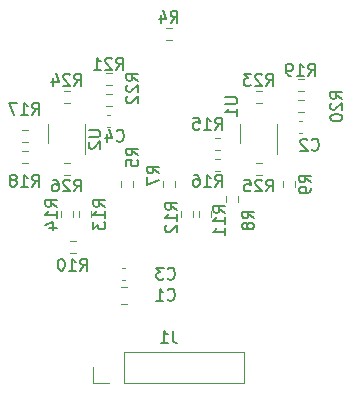
<source format=gbr>
%TF.GenerationSoftware,KiCad,Pcbnew,(6.0.10)*%
%TF.CreationDate,2023-02-07T20:48:56+01:00*%
%TF.ProjectId,JoystickAdapter,4a6f7973-7469-4636-9b41-646170746572,1.0*%
%TF.SameCoordinates,Original*%
%TF.FileFunction,Legend,Bot*%
%TF.FilePolarity,Positive*%
%FSLAX46Y46*%
G04 Gerber Fmt 4.6, Leading zero omitted, Abs format (unit mm)*
G04 Created by KiCad (PCBNEW (6.0.10)) date 2023-02-07 20:48:56*
%MOMM*%
%LPD*%
G01*
G04 APERTURE LIST*
%ADD10C,0.150000*%
%ADD11C,0.120000*%
G04 APERTURE END LIST*
D10*
%TO.C,R14*%
X107386380Y-103243142D02*
X106910190Y-102909809D01*
X107386380Y-102671714D02*
X106386380Y-102671714D01*
X106386380Y-103052666D01*
X106434000Y-103147904D01*
X106481619Y-103195523D01*
X106576857Y-103243142D01*
X106719714Y-103243142D01*
X106814952Y-103195523D01*
X106862571Y-103147904D01*
X106910190Y-103052666D01*
X106910190Y-102671714D01*
X107386380Y-104195523D02*
X107386380Y-103624095D01*
X107386380Y-103909809D02*
X106386380Y-103909809D01*
X106529238Y-103814571D01*
X106624476Y-103719333D01*
X106672095Y-103624095D01*
X106719714Y-105052666D02*
X107386380Y-105052666D01*
X106338761Y-104814571D02*
X107053047Y-104576476D01*
X107053047Y-105195523D01*
%TO.C,R13*%
X111450380Y-103243142D02*
X110974190Y-102909809D01*
X111450380Y-102671714D02*
X110450380Y-102671714D01*
X110450380Y-103052666D01*
X110498000Y-103147904D01*
X110545619Y-103195523D01*
X110640857Y-103243142D01*
X110783714Y-103243142D01*
X110878952Y-103195523D01*
X110926571Y-103147904D01*
X110974190Y-103052666D01*
X110974190Y-102671714D01*
X111450380Y-104195523D02*
X111450380Y-103624095D01*
X111450380Y-103909809D02*
X110450380Y-103909809D01*
X110593238Y-103814571D01*
X110688476Y-103719333D01*
X110736095Y-103624095D01*
X110450380Y-104528857D02*
X110450380Y-105147904D01*
X110831333Y-104814571D01*
X110831333Y-104957428D01*
X110878952Y-105052666D01*
X110926571Y-105100285D01*
X111021809Y-105147904D01*
X111259904Y-105147904D01*
X111355142Y-105100285D01*
X111402761Y-105052666D01*
X111450380Y-104957428D01*
X111450380Y-104671714D01*
X111402761Y-104576476D01*
X111355142Y-104528857D01*
%TO.C,U1*%
X121626380Y-93980095D02*
X122435904Y-93980095D01*
X122531142Y-94027714D01*
X122578761Y-94075333D01*
X122626380Y-94170571D01*
X122626380Y-94361047D01*
X122578761Y-94456285D01*
X122531142Y-94503904D01*
X122435904Y-94551523D01*
X121626380Y-94551523D01*
X122626380Y-95551523D02*
X122626380Y-94980095D01*
X122626380Y-95265809D02*
X121626380Y-95265809D01*
X121769238Y-95170571D01*
X121864476Y-95075333D01*
X121912095Y-94980095D01*
%TO.C,C2*%
X128944666Y-98401142D02*
X128992285Y-98448761D01*
X129135142Y-98496380D01*
X129230380Y-98496380D01*
X129373238Y-98448761D01*
X129468476Y-98353523D01*
X129516095Y-98258285D01*
X129563714Y-98067809D01*
X129563714Y-97924952D01*
X129516095Y-97734476D01*
X129468476Y-97639238D01*
X129373238Y-97544000D01*
X129230380Y-97496380D01*
X129135142Y-97496380D01*
X128992285Y-97544000D01*
X128944666Y-97591619D01*
X128563714Y-97591619D02*
X128516095Y-97544000D01*
X128420857Y-97496380D01*
X128182761Y-97496380D01*
X128087523Y-97544000D01*
X128039904Y-97591619D01*
X127992285Y-97686857D01*
X127992285Y-97782095D01*
X128039904Y-97924952D01*
X128611333Y-98496380D01*
X127992285Y-98496380D01*
%TO.C,R22*%
X114244380Y-92575142D02*
X113768190Y-92241809D01*
X114244380Y-92003714D02*
X113244380Y-92003714D01*
X113244380Y-92384666D01*
X113292000Y-92479904D01*
X113339619Y-92527523D01*
X113434857Y-92575142D01*
X113577714Y-92575142D01*
X113672952Y-92527523D01*
X113720571Y-92479904D01*
X113768190Y-92384666D01*
X113768190Y-92003714D01*
X113339619Y-92956095D02*
X113292000Y-93003714D01*
X113244380Y-93098952D01*
X113244380Y-93337047D01*
X113292000Y-93432285D01*
X113339619Y-93479904D01*
X113434857Y-93527523D01*
X113530095Y-93527523D01*
X113672952Y-93479904D01*
X114244380Y-92908476D01*
X114244380Y-93527523D01*
X113339619Y-93908476D02*
X113292000Y-93956095D01*
X113244380Y-94051333D01*
X113244380Y-94289428D01*
X113292000Y-94384666D01*
X113339619Y-94432285D01*
X113434857Y-94479904D01*
X113530095Y-94479904D01*
X113672952Y-94432285D01*
X114244380Y-93860857D01*
X114244380Y-94479904D01*
%TO.C,R11*%
X121610380Y-103751142D02*
X121134190Y-103417809D01*
X121610380Y-103179714D02*
X120610380Y-103179714D01*
X120610380Y-103560666D01*
X120658000Y-103655904D01*
X120705619Y-103703523D01*
X120800857Y-103751142D01*
X120943714Y-103751142D01*
X121038952Y-103703523D01*
X121086571Y-103655904D01*
X121134190Y-103560666D01*
X121134190Y-103179714D01*
X121610380Y-104703523D02*
X121610380Y-104132095D01*
X121610380Y-104417809D02*
X120610380Y-104417809D01*
X120753238Y-104322571D01*
X120848476Y-104227333D01*
X120896095Y-104132095D01*
X121610380Y-105655904D02*
X121610380Y-105084476D01*
X121610380Y-105370190D02*
X120610380Y-105370190D01*
X120753238Y-105274952D01*
X120848476Y-105179714D01*
X120896095Y-105084476D01*
%TO.C,J1*%
X117173333Y-113752380D02*
X117173333Y-114466666D01*
X117220952Y-114609523D01*
X117316190Y-114704761D01*
X117459047Y-114752380D01*
X117554285Y-114752380D01*
X116173333Y-114752380D02*
X116744761Y-114752380D01*
X116459047Y-114752380D02*
X116459047Y-113752380D01*
X116554285Y-113895238D01*
X116649523Y-113990476D01*
X116744761Y-114038095D01*
%TO.C,C1*%
X116752666Y-111101142D02*
X116800285Y-111148761D01*
X116943142Y-111196380D01*
X117038380Y-111196380D01*
X117181238Y-111148761D01*
X117276476Y-111053523D01*
X117324095Y-110958285D01*
X117371714Y-110767809D01*
X117371714Y-110624952D01*
X117324095Y-110434476D01*
X117276476Y-110339238D01*
X117181238Y-110244000D01*
X117038380Y-110196380D01*
X116943142Y-110196380D01*
X116800285Y-110244000D01*
X116752666Y-110291619D01*
X115800285Y-111196380D02*
X116371714Y-111196380D01*
X116086000Y-111196380D02*
X116086000Y-110196380D01*
X116181238Y-110339238D01*
X116276476Y-110434476D01*
X116371714Y-110482095D01*
%TO.C,R26*%
X108846857Y-101958380D02*
X109180190Y-101482190D01*
X109418285Y-101958380D02*
X109418285Y-100958380D01*
X109037333Y-100958380D01*
X108942095Y-101006000D01*
X108894476Y-101053619D01*
X108846857Y-101148857D01*
X108846857Y-101291714D01*
X108894476Y-101386952D01*
X108942095Y-101434571D01*
X109037333Y-101482190D01*
X109418285Y-101482190D01*
X108465904Y-101053619D02*
X108418285Y-101006000D01*
X108323047Y-100958380D01*
X108084952Y-100958380D01*
X107989714Y-101006000D01*
X107942095Y-101053619D01*
X107894476Y-101148857D01*
X107894476Y-101244095D01*
X107942095Y-101386952D01*
X108513523Y-101958380D01*
X107894476Y-101958380D01*
X107037333Y-100958380D02*
X107227809Y-100958380D01*
X107323047Y-101006000D01*
X107370666Y-101053619D01*
X107465904Y-101196476D01*
X107513523Y-101386952D01*
X107513523Y-101767904D01*
X107465904Y-101863142D01*
X107418285Y-101910761D01*
X107323047Y-101958380D01*
X107132571Y-101958380D01*
X107037333Y-101910761D01*
X106989714Y-101863142D01*
X106942095Y-101767904D01*
X106942095Y-101529809D01*
X106989714Y-101434571D01*
X107037333Y-101386952D01*
X107132571Y-101339333D01*
X107323047Y-101339333D01*
X107418285Y-101386952D01*
X107465904Y-101434571D01*
X107513523Y-101529809D01*
%TO.C,R7*%
X116022380Y-100417333D02*
X115546190Y-100084000D01*
X116022380Y-99845904D02*
X115022380Y-99845904D01*
X115022380Y-100226857D01*
X115070000Y-100322095D01*
X115117619Y-100369714D01*
X115212857Y-100417333D01*
X115355714Y-100417333D01*
X115450952Y-100369714D01*
X115498571Y-100322095D01*
X115546190Y-100226857D01*
X115546190Y-99845904D01*
X115022380Y-100750666D02*
X115022380Y-101417333D01*
X116022380Y-100988761D01*
%TO.C,R23*%
X125102857Y-93002380D02*
X125436190Y-92526190D01*
X125674285Y-93002380D02*
X125674285Y-92002380D01*
X125293333Y-92002380D01*
X125198095Y-92050000D01*
X125150476Y-92097619D01*
X125102857Y-92192857D01*
X125102857Y-92335714D01*
X125150476Y-92430952D01*
X125198095Y-92478571D01*
X125293333Y-92526190D01*
X125674285Y-92526190D01*
X124721904Y-92097619D02*
X124674285Y-92050000D01*
X124579047Y-92002380D01*
X124340952Y-92002380D01*
X124245714Y-92050000D01*
X124198095Y-92097619D01*
X124150476Y-92192857D01*
X124150476Y-92288095D01*
X124198095Y-92430952D01*
X124769523Y-93002380D01*
X124150476Y-93002380D01*
X123817142Y-92002380D02*
X123198095Y-92002380D01*
X123531428Y-92383333D01*
X123388571Y-92383333D01*
X123293333Y-92430952D01*
X123245714Y-92478571D01*
X123198095Y-92573809D01*
X123198095Y-92811904D01*
X123245714Y-92907142D01*
X123293333Y-92954761D01*
X123388571Y-93002380D01*
X123674285Y-93002380D01*
X123769523Y-92954761D01*
X123817142Y-92907142D01*
%TO.C,R17*%
X105290857Y-95448380D02*
X105624190Y-94972190D01*
X105862285Y-95448380D02*
X105862285Y-94448380D01*
X105481333Y-94448380D01*
X105386095Y-94496000D01*
X105338476Y-94543619D01*
X105290857Y-94638857D01*
X105290857Y-94781714D01*
X105338476Y-94876952D01*
X105386095Y-94924571D01*
X105481333Y-94972190D01*
X105862285Y-94972190D01*
X104338476Y-95448380D02*
X104909904Y-95448380D01*
X104624190Y-95448380D02*
X104624190Y-94448380D01*
X104719428Y-94591238D01*
X104814666Y-94686476D01*
X104909904Y-94734095D01*
X104005142Y-94448380D02*
X103338476Y-94448380D01*
X103767047Y-95448380D01*
%TO.C,R9*%
X128882380Y-101179333D02*
X128406190Y-100846000D01*
X128882380Y-100607904D02*
X127882380Y-100607904D01*
X127882380Y-100988857D01*
X127930000Y-101084095D01*
X127977619Y-101131714D01*
X128072857Y-101179333D01*
X128215714Y-101179333D01*
X128310952Y-101131714D01*
X128358571Y-101084095D01*
X128406190Y-100988857D01*
X128406190Y-100607904D01*
X128882380Y-101655523D02*
X128882380Y-101846000D01*
X128834761Y-101941238D01*
X128787142Y-101988857D01*
X128644285Y-102084095D01*
X128453809Y-102131714D01*
X128072857Y-102131714D01*
X127977619Y-102084095D01*
X127930000Y-102036476D01*
X127882380Y-101941238D01*
X127882380Y-101750761D01*
X127930000Y-101655523D01*
X127977619Y-101607904D01*
X128072857Y-101560285D01*
X128310952Y-101560285D01*
X128406190Y-101607904D01*
X128453809Y-101655523D01*
X128501428Y-101750761D01*
X128501428Y-101941238D01*
X128453809Y-102036476D01*
X128406190Y-102084095D01*
X128310952Y-102131714D01*
%TO.C,R5*%
X114244380Y-98893333D02*
X113768190Y-98560000D01*
X114244380Y-98321904D02*
X113244380Y-98321904D01*
X113244380Y-98702857D01*
X113292000Y-98798095D01*
X113339619Y-98845714D01*
X113434857Y-98893333D01*
X113577714Y-98893333D01*
X113672952Y-98845714D01*
X113720571Y-98798095D01*
X113768190Y-98702857D01*
X113768190Y-98321904D01*
X113244380Y-99798095D02*
X113244380Y-99321904D01*
X113720571Y-99274285D01*
X113672952Y-99321904D01*
X113625333Y-99417142D01*
X113625333Y-99655238D01*
X113672952Y-99750476D01*
X113720571Y-99798095D01*
X113815809Y-99845714D01*
X114053904Y-99845714D01*
X114149142Y-99798095D01*
X114196761Y-99750476D01*
X114244380Y-99655238D01*
X114244380Y-99417142D01*
X114196761Y-99321904D01*
X114149142Y-99274285D01*
%TO.C,R25*%
X125102857Y-101958380D02*
X125436190Y-101482190D01*
X125674285Y-101958380D02*
X125674285Y-100958380D01*
X125293333Y-100958380D01*
X125198095Y-101006000D01*
X125150476Y-101053619D01*
X125102857Y-101148857D01*
X125102857Y-101291714D01*
X125150476Y-101386952D01*
X125198095Y-101434571D01*
X125293333Y-101482190D01*
X125674285Y-101482190D01*
X124721904Y-101053619D02*
X124674285Y-101006000D01*
X124579047Y-100958380D01*
X124340952Y-100958380D01*
X124245714Y-101006000D01*
X124198095Y-101053619D01*
X124150476Y-101148857D01*
X124150476Y-101244095D01*
X124198095Y-101386952D01*
X124769523Y-101958380D01*
X124150476Y-101958380D01*
X123245714Y-100958380D02*
X123721904Y-100958380D01*
X123769523Y-101434571D01*
X123721904Y-101386952D01*
X123626666Y-101339333D01*
X123388571Y-101339333D01*
X123293333Y-101386952D01*
X123245714Y-101434571D01*
X123198095Y-101529809D01*
X123198095Y-101767904D01*
X123245714Y-101863142D01*
X123293333Y-101910761D01*
X123388571Y-101958380D01*
X123626666Y-101958380D01*
X123721904Y-101910761D01*
X123769523Y-101863142D01*
%TO.C,R16*%
X120784857Y-101544380D02*
X121118190Y-101068190D01*
X121356285Y-101544380D02*
X121356285Y-100544380D01*
X120975333Y-100544380D01*
X120880095Y-100592000D01*
X120832476Y-100639619D01*
X120784857Y-100734857D01*
X120784857Y-100877714D01*
X120832476Y-100972952D01*
X120880095Y-101020571D01*
X120975333Y-101068190D01*
X121356285Y-101068190D01*
X119832476Y-101544380D02*
X120403904Y-101544380D01*
X120118190Y-101544380D02*
X120118190Y-100544380D01*
X120213428Y-100687238D01*
X120308666Y-100782476D01*
X120403904Y-100830095D01*
X118975333Y-100544380D02*
X119165809Y-100544380D01*
X119261047Y-100592000D01*
X119308666Y-100639619D01*
X119403904Y-100782476D01*
X119451523Y-100972952D01*
X119451523Y-101353904D01*
X119403904Y-101449142D01*
X119356285Y-101496761D01*
X119261047Y-101544380D01*
X119070571Y-101544380D01*
X118975333Y-101496761D01*
X118927714Y-101449142D01*
X118880095Y-101353904D01*
X118880095Y-101115809D01*
X118927714Y-101020571D01*
X118975333Y-100972952D01*
X119070571Y-100925333D01*
X119261047Y-100925333D01*
X119356285Y-100972952D01*
X119403904Y-101020571D01*
X119451523Y-101115809D01*
%TO.C,C3*%
X116752666Y-109323142D02*
X116800285Y-109370761D01*
X116943142Y-109418380D01*
X117038380Y-109418380D01*
X117181238Y-109370761D01*
X117276476Y-109275523D01*
X117324095Y-109180285D01*
X117371714Y-108989809D01*
X117371714Y-108846952D01*
X117324095Y-108656476D01*
X117276476Y-108561238D01*
X117181238Y-108466000D01*
X117038380Y-108418380D01*
X116943142Y-108418380D01*
X116800285Y-108466000D01*
X116752666Y-108513619D01*
X116419333Y-108418380D02*
X115800285Y-108418380D01*
X116133619Y-108799333D01*
X115990761Y-108799333D01*
X115895523Y-108846952D01*
X115847904Y-108894571D01*
X115800285Y-108989809D01*
X115800285Y-109227904D01*
X115847904Y-109323142D01*
X115895523Y-109370761D01*
X115990761Y-109418380D01*
X116276476Y-109418380D01*
X116371714Y-109370761D01*
X116419333Y-109323142D01*
%TO.C,R20*%
X131516380Y-94099142D02*
X131040190Y-93765809D01*
X131516380Y-93527714D02*
X130516380Y-93527714D01*
X130516380Y-93908666D01*
X130564000Y-94003904D01*
X130611619Y-94051523D01*
X130706857Y-94099142D01*
X130849714Y-94099142D01*
X130944952Y-94051523D01*
X130992571Y-94003904D01*
X131040190Y-93908666D01*
X131040190Y-93527714D01*
X130611619Y-94480095D02*
X130564000Y-94527714D01*
X130516380Y-94622952D01*
X130516380Y-94861047D01*
X130564000Y-94956285D01*
X130611619Y-95003904D01*
X130706857Y-95051523D01*
X130802095Y-95051523D01*
X130944952Y-95003904D01*
X131516380Y-94432476D01*
X131516380Y-95051523D01*
X130516380Y-95670571D02*
X130516380Y-95765809D01*
X130564000Y-95861047D01*
X130611619Y-95908666D01*
X130706857Y-95956285D01*
X130897333Y-96003904D01*
X131135428Y-96003904D01*
X131325904Y-95956285D01*
X131421142Y-95908666D01*
X131468761Y-95861047D01*
X131516380Y-95765809D01*
X131516380Y-95670571D01*
X131468761Y-95575333D01*
X131421142Y-95527714D01*
X131325904Y-95480095D01*
X131135428Y-95432476D01*
X130897333Y-95432476D01*
X130706857Y-95480095D01*
X130611619Y-95527714D01*
X130564000Y-95575333D01*
X130516380Y-95670571D01*
%TO.C,R21*%
X112402857Y-91638380D02*
X112736190Y-91162190D01*
X112974285Y-91638380D02*
X112974285Y-90638380D01*
X112593333Y-90638380D01*
X112498095Y-90686000D01*
X112450476Y-90733619D01*
X112402857Y-90828857D01*
X112402857Y-90971714D01*
X112450476Y-91066952D01*
X112498095Y-91114571D01*
X112593333Y-91162190D01*
X112974285Y-91162190D01*
X112021904Y-90733619D02*
X111974285Y-90686000D01*
X111879047Y-90638380D01*
X111640952Y-90638380D01*
X111545714Y-90686000D01*
X111498095Y-90733619D01*
X111450476Y-90828857D01*
X111450476Y-90924095D01*
X111498095Y-91066952D01*
X112069523Y-91638380D01*
X111450476Y-91638380D01*
X110498095Y-91638380D02*
X111069523Y-91638380D01*
X110783809Y-91638380D02*
X110783809Y-90638380D01*
X110879047Y-90781238D01*
X110974285Y-90876476D01*
X111069523Y-90924095D01*
%TO.C,R18*%
X105290857Y-101544380D02*
X105624190Y-101068190D01*
X105862285Y-101544380D02*
X105862285Y-100544380D01*
X105481333Y-100544380D01*
X105386095Y-100592000D01*
X105338476Y-100639619D01*
X105290857Y-100734857D01*
X105290857Y-100877714D01*
X105338476Y-100972952D01*
X105386095Y-101020571D01*
X105481333Y-101068190D01*
X105862285Y-101068190D01*
X104338476Y-101544380D02*
X104909904Y-101544380D01*
X104624190Y-101544380D02*
X104624190Y-100544380D01*
X104719428Y-100687238D01*
X104814666Y-100782476D01*
X104909904Y-100830095D01*
X103767047Y-100972952D02*
X103862285Y-100925333D01*
X103909904Y-100877714D01*
X103957523Y-100782476D01*
X103957523Y-100734857D01*
X103909904Y-100639619D01*
X103862285Y-100592000D01*
X103767047Y-100544380D01*
X103576571Y-100544380D01*
X103481333Y-100592000D01*
X103433714Y-100639619D01*
X103386095Y-100734857D01*
X103386095Y-100782476D01*
X103433714Y-100877714D01*
X103481333Y-100925333D01*
X103576571Y-100972952D01*
X103767047Y-100972952D01*
X103862285Y-101020571D01*
X103909904Y-101068190D01*
X103957523Y-101163428D01*
X103957523Y-101353904D01*
X103909904Y-101449142D01*
X103862285Y-101496761D01*
X103767047Y-101544380D01*
X103576571Y-101544380D01*
X103481333Y-101496761D01*
X103433714Y-101449142D01*
X103386095Y-101353904D01*
X103386095Y-101163428D01*
X103433714Y-101068190D01*
X103481333Y-101020571D01*
X103576571Y-100972952D01*
%TO.C,R19*%
X128658857Y-92146380D02*
X128992190Y-91670190D01*
X129230285Y-92146380D02*
X129230285Y-91146380D01*
X128849333Y-91146380D01*
X128754095Y-91194000D01*
X128706476Y-91241619D01*
X128658857Y-91336857D01*
X128658857Y-91479714D01*
X128706476Y-91574952D01*
X128754095Y-91622571D01*
X128849333Y-91670190D01*
X129230285Y-91670190D01*
X127706476Y-92146380D02*
X128277904Y-92146380D01*
X127992190Y-92146380D02*
X127992190Y-91146380D01*
X128087428Y-91289238D01*
X128182666Y-91384476D01*
X128277904Y-91432095D01*
X127230285Y-92146380D02*
X127039809Y-92146380D01*
X126944571Y-92098761D01*
X126896952Y-92051142D01*
X126801714Y-91908285D01*
X126754095Y-91717809D01*
X126754095Y-91336857D01*
X126801714Y-91241619D01*
X126849333Y-91194000D01*
X126944571Y-91146380D01*
X127135047Y-91146380D01*
X127230285Y-91194000D01*
X127277904Y-91241619D01*
X127325523Y-91336857D01*
X127325523Y-91574952D01*
X127277904Y-91670190D01*
X127230285Y-91717809D01*
X127135047Y-91765428D01*
X126944571Y-91765428D01*
X126849333Y-91717809D01*
X126801714Y-91670190D01*
X126754095Y-91574952D01*
%TO.C,R24*%
X108846857Y-93002380D02*
X109180190Y-92526190D01*
X109418285Y-93002380D02*
X109418285Y-92002380D01*
X109037333Y-92002380D01*
X108942095Y-92050000D01*
X108894476Y-92097619D01*
X108846857Y-92192857D01*
X108846857Y-92335714D01*
X108894476Y-92430952D01*
X108942095Y-92478571D01*
X109037333Y-92526190D01*
X109418285Y-92526190D01*
X108465904Y-92097619D02*
X108418285Y-92050000D01*
X108323047Y-92002380D01*
X108084952Y-92002380D01*
X107989714Y-92050000D01*
X107942095Y-92097619D01*
X107894476Y-92192857D01*
X107894476Y-92288095D01*
X107942095Y-92430952D01*
X108513523Y-93002380D01*
X107894476Y-93002380D01*
X107037333Y-92335714D02*
X107037333Y-93002380D01*
X107275428Y-91954761D02*
X107513523Y-92669047D01*
X106894476Y-92669047D01*
%TO.C,R15*%
X120784857Y-96718380D02*
X121118190Y-96242190D01*
X121356285Y-96718380D02*
X121356285Y-95718380D01*
X120975333Y-95718380D01*
X120880095Y-95766000D01*
X120832476Y-95813619D01*
X120784857Y-95908857D01*
X120784857Y-96051714D01*
X120832476Y-96146952D01*
X120880095Y-96194571D01*
X120975333Y-96242190D01*
X121356285Y-96242190D01*
X119832476Y-96718380D02*
X120403904Y-96718380D01*
X120118190Y-96718380D02*
X120118190Y-95718380D01*
X120213428Y-95861238D01*
X120308666Y-95956476D01*
X120403904Y-96004095D01*
X118927714Y-95718380D02*
X119403904Y-95718380D01*
X119451523Y-96194571D01*
X119403904Y-96146952D01*
X119308666Y-96099333D01*
X119070571Y-96099333D01*
X118975333Y-96146952D01*
X118927714Y-96194571D01*
X118880095Y-96289809D01*
X118880095Y-96527904D01*
X118927714Y-96623142D01*
X118975333Y-96670761D01*
X119070571Y-96718380D01*
X119308666Y-96718380D01*
X119403904Y-96670761D01*
X119451523Y-96623142D01*
%TO.C,R8*%
X124056380Y-104227333D02*
X123580190Y-103894000D01*
X124056380Y-103655904D02*
X123056380Y-103655904D01*
X123056380Y-104036857D01*
X123104000Y-104132095D01*
X123151619Y-104179714D01*
X123246857Y-104227333D01*
X123389714Y-104227333D01*
X123484952Y-104179714D01*
X123532571Y-104132095D01*
X123580190Y-104036857D01*
X123580190Y-103655904D01*
X123484952Y-104798761D02*
X123437333Y-104703523D01*
X123389714Y-104655904D01*
X123294476Y-104608285D01*
X123246857Y-104608285D01*
X123151619Y-104655904D01*
X123104000Y-104703523D01*
X123056380Y-104798761D01*
X123056380Y-104989238D01*
X123104000Y-105084476D01*
X123151619Y-105132095D01*
X123246857Y-105179714D01*
X123294476Y-105179714D01*
X123389714Y-105132095D01*
X123437333Y-105084476D01*
X123484952Y-104989238D01*
X123484952Y-104798761D01*
X123532571Y-104703523D01*
X123580190Y-104655904D01*
X123675428Y-104608285D01*
X123865904Y-104608285D01*
X123961142Y-104655904D01*
X124008761Y-104703523D01*
X124056380Y-104798761D01*
X124056380Y-104989238D01*
X124008761Y-105084476D01*
X123961142Y-105132095D01*
X123865904Y-105179714D01*
X123675428Y-105179714D01*
X123580190Y-105132095D01*
X123532571Y-105084476D01*
X123484952Y-104989238D01*
%TO.C,R4*%
X117006666Y-87668380D02*
X117340000Y-87192190D01*
X117578095Y-87668380D02*
X117578095Y-86668380D01*
X117197142Y-86668380D01*
X117101904Y-86716000D01*
X117054285Y-86763619D01*
X117006666Y-86858857D01*
X117006666Y-87001714D01*
X117054285Y-87096952D01*
X117101904Y-87144571D01*
X117197142Y-87192190D01*
X117578095Y-87192190D01*
X116149523Y-87001714D02*
X116149523Y-87668380D01*
X116387619Y-86620761D02*
X116625714Y-87335047D01*
X116006666Y-87335047D01*
%TO.C,U2*%
X110056380Y-96774095D02*
X110865904Y-96774095D01*
X110961142Y-96821714D01*
X111008761Y-96869333D01*
X111056380Y-96964571D01*
X111056380Y-97155047D01*
X111008761Y-97250285D01*
X110961142Y-97297904D01*
X110865904Y-97345523D01*
X110056380Y-97345523D01*
X110151619Y-97774095D02*
X110104000Y-97821714D01*
X110056380Y-97916952D01*
X110056380Y-98155047D01*
X110104000Y-98250285D01*
X110151619Y-98297904D01*
X110246857Y-98345523D01*
X110342095Y-98345523D01*
X110484952Y-98297904D01*
X111056380Y-97726476D01*
X111056380Y-98345523D01*
%TO.C,R10*%
X109354857Y-108656380D02*
X109688190Y-108180190D01*
X109926285Y-108656380D02*
X109926285Y-107656380D01*
X109545333Y-107656380D01*
X109450095Y-107704000D01*
X109402476Y-107751619D01*
X109354857Y-107846857D01*
X109354857Y-107989714D01*
X109402476Y-108084952D01*
X109450095Y-108132571D01*
X109545333Y-108180190D01*
X109926285Y-108180190D01*
X108402476Y-108656380D02*
X108973904Y-108656380D01*
X108688190Y-108656380D02*
X108688190Y-107656380D01*
X108783428Y-107799238D01*
X108878666Y-107894476D01*
X108973904Y-107942095D01*
X107783428Y-107656380D02*
X107688190Y-107656380D01*
X107592952Y-107704000D01*
X107545333Y-107751619D01*
X107497714Y-107846857D01*
X107450095Y-108037333D01*
X107450095Y-108275428D01*
X107497714Y-108465904D01*
X107545333Y-108561142D01*
X107592952Y-108608761D01*
X107688190Y-108656380D01*
X107783428Y-108656380D01*
X107878666Y-108608761D01*
X107926285Y-108561142D01*
X107973904Y-108465904D01*
X108021523Y-108275428D01*
X108021523Y-108037333D01*
X107973904Y-107846857D01*
X107926285Y-107751619D01*
X107878666Y-107704000D01*
X107783428Y-107656380D01*
%TO.C,C4*%
X112434666Y-97639142D02*
X112482285Y-97686761D01*
X112625142Y-97734380D01*
X112720380Y-97734380D01*
X112863238Y-97686761D01*
X112958476Y-97591523D01*
X113006095Y-97496285D01*
X113053714Y-97305809D01*
X113053714Y-97162952D01*
X113006095Y-96972476D01*
X112958476Y-96877238D01*
X112863238Y-96782000D01*
X112720380Y-96734380D01*
X112625142Y-96734380D01*
X112482285Y-96782000D01*
X112434666Y-96829619D01*
X111577523Y-97067714D02*
X111577523Y-97734380D01*
X111815619Y-96686761D02*
X112053714Y-97401047D01*
X111434666Y-97401047D01*
%TO.C,R12*%
X117546380Y-103497142D02*
X117070190Y-103163809D01*
X117546380Y-102925714D02*
X116546380Y-102925714D01*
X116546380Y-103306666D01*
X116594000Y-103401904D01*
X116641619Y-103449523D01*
X116736857Y-103497142D01*
X116879714Y-103497142D01*
X116974952Y-103449523D01*
X117022571Y-103401904D01*
X117070190Y-103306666D01*
X117070190Y-102925714D01*
X117546380Y-104449523D02*
X117546380Y-103878095D01*
X117546380Y-104163809D02*
X116546380Y-104163809D01*
X116689238Y-104068571D01*
X116784476Y-103973333D01*
X116832095Y-103878095D01*
X116641619Y-104830476D02*
X116594000Y-104878095D01*
X116546380Y-104973333D01*
X116546380Y-105211428D01*
X116594000Y-105306666D01*
X116641619Y-105354285D01*
X116736857Y-105401904D01*
X116832095Y-105401904D01*
X116974952Y-105354285D01*
X117546380Y-104782857D01*
X117546380Y-105401904D01*
D11*
%TO.C,R14*%
X107681500Y-104123258D02*
X107681500Y-103648742D01*
X108726500Y-104123258D02*
X108726500Y-103648742D01*
%TO.C,R13*%
X109205500Y-104123258D02*
X109205500Y-103648742D01*
X110250500Y-104123258D02*
X110250500Y-103648742D01*
%TO.C,U1*%
X126020000Y-97028000D02*
X126020000Y-98828000D01*
X122900000Y-97028000D02*
X122900000Y-97828000D01*
X126020000Y-97028000D02*
X126020000Y-96228000D01*
X122900000Y-97028000D02*
X122900000Y-96228000D01*
%TO.C,C2*%
X128156580Y-97030000D02*
X127875420Y-97030000D01*
X128156580Y-96010000D02*
X127875420Y-96010000D01*
%TO.C,R22*%
X111997258Y-93711500D02*
X111522742Y-93711500D01*
X111997258Y-94756500D02*
X111522742Y-94756500D01*
%TO.C,R11*%
X119365500Y-104123258D02*
X119365500Y-103648742D01*
X120410500Y-104123258D02*
X120410500Y-103648742D01*
%TO.C,J1*%
X123250000Y-115510000D02*
X123250000Y-118170000D01*
X113030000Y-118170000D02*
X123250000Y-118170000D01*
X110430000Y-118170000D02*
X111760000Y-118170000D01*
X113030000Y-115510000D02*
X113030000Y-118170000D01*
X113030000Y-115510000D02*
X123250000Y-115510000D01*
X110430000Y-116840000D02*
X110430000Y-118170000D01*
%TO.C,C1*%
X112768748Y-111479000D02*
X113291252Y-111479000D01*
X112768748Y-110009000D02*
X113291252Y-110009000D01*
%TO.C,R26*%
X107966742Y-99553500D02*
X108441258Y-99553500D01*
X107966742Y-100598500D02*
X108441258Y-100598500D01*
%TO.C,R7*%
X116317500Y-101583258D02*
X116317500Y-101108742D01*
X117362500Y-101583258D02*
X117362500Y-101108742D01*
%TO.C,R23*%
X124697258Y-93457500D02*
X124222742Y-93457500D01*
X124697258Y-94502500D02*
X124222742Y-94502500D01*
%TO.C,R17*%
X104885258Y-96759500D02*
X104410742Y-96759500D01*
X104885258Y-97804500D02*
X104410742Y-97804500D01*
%TO.C,R9*%
X126477500Y-101583258D02*
X126477500Y-101108742D01*
X127522500Y-101583258D02*
X127522500Y-101108742D01*
%TO.C,R5*%
X112761500Y-101583258D02*
X112761500Y-101108742D01*
X113806500Y-101583258D02*
X113806500Y-101108742D01*
%TO.C,R25*%
X124222742Y-99553500D02*
X124697258Y-99553500D01*
X124222742Y-100598500D02*
X124697258Y-100598500D01*
%TO.C,R16*%
X120732742Y-100223000D02*
X121207258Y-100223000D01*
X120732742Y-99178000D02*
X121207258Y-99178000D01*
%TO.C,C3*%
X112889420Y-108456000D02*
X113170580Y-108456000D01*
X112889420Y-109476000D02*
X113170580Y-109476000D01*
%TO.C,R20*%
X128253258Y-95264500D02*
X127778742Y-95264500D01*
X128253258Y-94219500D02*
X127778742Y-94219500D01*
%TO.C,R21*%
X111522742Y-92978500D02*
X111997258Y-92978500D01*
X111522742Y-91933500D02*
X111997258Y-91933500D01*
%TO.C,R18*%
X104410742Y-99582500D02*
X104885258Y-99582500D01*
X104410742Y-98537500D02*
X104885258Y-98537500D01*
%TO.C,R19*%
X127778742Y-93486500D02*
X128253258Y-93486500D01*
X127778742Y-92441500D02*
X128253258Y-92441500D01*
%TO.C,R24*%
X108441258Y-94502500D02*
X107966742Y-94502500D01*
X108441258Y-93457500D02*
X107966742Y-93457500D01*
%TO.C,R15*%
X121207258Y-98445000D02*
X120732742Y-98445000D01*
X121207258Y-97400000D02*
X120732742Y-97400000D01*
%TO.C,R8*%
X122696500Y-102853258D02*
X122696500Y-102378742D01*
X121651500Y-102853258D02*
X121651500Y-102378742D01*
%TO.C,R4*%
X117077258Y-88123500D02*
X116602742Y-88123500D01*
X117077258Y-89168500D02*
X116602742Y-89168500D01*
%TO.C,U2*%
X109764000Y-97028000D02*
X109764000Y-96228000D01*
X106644000Y-97028000D02*
X106644000Y-97828000D01*
X106644000Y-97028000D02*
X106644000Y-96228000D01*
X109764000Y-97028000D02*
X109764000Y-98828000D01*
%TO.C,R10*%
X108949258Y-107202500D02*
X108474742Y-107202500D01*
X108949258Y-106157500D02*
X108474742Y-106157500D01*
%TO.C,C4*%
X111900580Y-96522000D02*
X111619420Y-96522000D01*
X111900580Y-95502000D02*
X111619420Y-95502000D01*
%TO.C,R12*%
X117841500Y-104123258D02*
X117841500Y-103648742D01*
X118886500Y-104123258D02*
X118886500Y-103648742D01*
%TD*%
M02*

</source>
